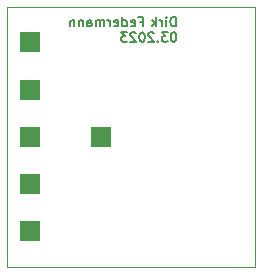
<source format=gbs>
G04 #@! TF.GenerationSoftware,KiCad,Pcbnew,(7.0.0)*
G04 #@! TF.CreationDate,2023-03-10T18:19:14+01:00*
G04 #@! TF.ProjectId,CapacitorBox0603,43617061-6369-4746-9f72-426f78303630,rev?*
G04 #@! TF.SameCoordinates,Original*
G04 #@! TF.FileFunction,Soldermask,Bot*
G04 #@! TF.FilePolarity,Negative*
%FSLAX46Y46*%
G04 Gerber Fmt 4.6, Leading zero omitted, Abs format (unit mm)*
G04 Created by KiCad (PCBNEW (7.0.0)) date 2023-03-10 18:19:14*
%MOMM*%
%LPD*%
G01*
G04 APERTURE LIST*
%ADD10C,0.150000*%
%ADD11R,1.700000X1.700000*%
G04 #@! TA.AperFunction,Profile*
%ADD12C,0.100000*%
G04 #@! TD*
G04 APERTURE END LIST*
D10*
X115309523Y-101645904D02*
X115309523Y-100845904D01*
X115309523Y-100845904D02*
X115119047Y-100845904D01*
X115119047Y-100845904D02*
X115004761Y-100884000D01*
X115004761Y-100884000D02*
X114928571Y-100960190D01*
X114928571Y-100960190D02*
X114890476Y-101036380D01*
X114890476Y-101036380D02*
X114852380Y-101188761D01*
X114852380Y-101188761D02*
X114852380Y-101303047D01*
X114852380Y-101303047D02*
X114890476Y-101455428D01*
X114890476Y-101455428D02*
X114928571Y-101531619D01*
X114928571Y-101531619D02*
X115004761Y-101607809D01*
X115004761Y-101607809D02*
X115119047Y-101645904D01*
X115119047Y-101645904D02*
X115309523Y-101645904D01*
X114509523Y-101645904D02*
X114509523Y-101112571D01*
X114509523Y-100845904D02*
X114547619Y-100884000D01*
X114547619Y-100884000D02*
X114509523Y-100922095D01*
X114509523Y-100922095D02*
X114471428Y-100884000D01*
X114471428Y-100884000D02*
X114509523Y-100845904D01*
X114509523Y-100845904D02*
X114509523Y-100922095D01*
X114128571Y-101645904D02*
X114128571Y-101112571D01*
X114128571Y-101264952D02*
X114090476Y-101188761D01*
X114090476Y-101188761D02*
X114052381Y-101150666D01*
X114052381Y-101150666D02*
X113976190Y-101112571D01*
X113976190Y-101112571D02*
X113900000Y-101112571D01*
X113633333Y-101645904D02*
X113633333Y-100845904D01*
X113557143Y-101341142D02*
X113328571Y-101645904D01*
X113328571Y-101112571D02*
X113633333Y-101417333D01*
X112239048Y-101226857D02*
X112505714Y-101226857D01*
X112505714Y-101645904D02*
X112505714Y-100845904D01*
X112505714Y-100845904D02*
X112124762Y-100845904D01*
X111515238Y-101607809D02*
X111591429Y-101645904D01*
X111591429Y-101645904D02*
X111743810Y-101645904D01*
X111743810Y-101645904D02*
X111820000Y-101607809D01*
X111820000Y-101607809D02*
X111858096Y-101531619D01*
X111858096Y-101531619D02*
X111858096Y-101226857D01*
X111858096Y-101226857D02*
X111820000Y-101150666D01*
X111820000Y-101150666D02*
X111743810Y-101112571D01*
X111743810Y-101112571D02*
X111591429Y-101112571D01*
X111591429Y-101112571D02*
X111515238Y-101150666D01*
X111515238Y-101150666D02*
X111477143Y-101226857D01*
X111477143Y-101226857D02*
X111477143Y-101303047D01*
X111477143Y-101303047D02*
X111858096Y-101379238D01*
X110791429Y-101645904D02*
X110791429Y-100845904D01*
X110791429Y-101607809D02*
X110867620Y-101645904D01*
X110867620Y-101645904D02*
X111020001Y-101645904D01*
X111020001Y-101645904D02*
X111096191Y-101607809D01*
X111096191Y-101607809D02*
X111134286Y-101569714D01*
X111134286Y-101569714D02*
X111172382Y-101493523D01*
X111172382Y-101493523D02*
X111172382Y-101264952D01*
X111172382Y-101264952D02*
X111134286Y-101188761D01*
X111134286Y-101188761D02*
X111096191Y-101150666D01*
X111096191Y-101150666D02*
X111020001Y-101112571D01*
X111020001Y-101112571D02*
X110867620Y-101112571D01*
X110867620Y-101112571D02*
X110791429Y-101150666D01*
X110105714Y-101607809D02*
X110181905Y-101645904D01*
X110181905Y-101645904D02*
X110334286Y-101645904D01*
X110334286Y-101645904D02*
X110410476Y-101607809D01*
X110410476Y-101607809D02*
X110448572Y-101531619D01*
X110448572Y-101531619D02*
X110448572Y-101226857D01*
X110448572Y-101226857D02*
X110410476Y-101150666D01*
X110410476Y-101150666D02*
X110334286Y-101112571D01*
X110334286Y-101112571D02*
X110181905Y-101112571D01*
X110181905Y-101112571D02*
X110105714Y-101150666D01*
X110105714Y-101150666D02*
X110067619Y-101226857D01*
X110067619Y-101226857D02*
X110067619Y-101303047D01*
X110067619Y-101303047D02*
X110448572Y-101379238D01*
X109724762Y-101645904D02*
X109724762Y-101112571D01*
X109724762Y-101264952D02*
X109686667Y-101188761D01*
X109686667Y-101188761D02*
X109648572Y-101150666D01*
X109648572Y-101150666D02*
X109572381Y-101112571D01*
X109572381Y-101112571D02*
X109496191Y-101112571D01*
X109229524Y-101645904D02*
X109229524Y-101112571D01*
X109229524Y-101188761D02*
X109191429Y-101150666D01*
X109191429Y-101150666D02*
X109115239Y-101112571D01*
X109115239Y-101112571D02*
X109000953Y-101112571D01*
X109000953Y-101112571D02*
X108924762Y-101150666D01*
X108924762Y-101150666D02*
X108886667Y-101226857D01*
X108886667Y-101226857D02*
X108886667Y-101645904D01*
X108886667Y-101226857D02*
X108848572Y-101150666D01*
X108848572Y-101150666D02*
X108772381Y-101112571D01*
X108772381Y-101112571D02*
X108658096Y-101112571D01*
X108658096Y-101112571D02*
X108581905Y-101150666D01*
X108581905Y-101150666D02*
X108543810Y-101226857D01*
X108543810Y-101226857D02*
X108543810Y-101645904D01*
X107820000Y-101645904D02*
X107820000Y-101226857D01*
X107820000Y-101226857D02*
X107858095Y-101150666D01*
X107858095Y-101150666D02*
X107934286Y-101112571D01*
X107934286Y-101112571D02*
X108086667Y-101112571D01*
X108086667Y-101112571D02*
X108162857Y-101150666D01*
X107820000Y-101607809D02*
X107896191Y-101645904D01*
X107896191Y-101645904D02*
X108086667Y-101645904D01*
X108086667Y-101645904D02*
X108162857Y-101607809D01*
X108162857Y-101607809D02*
X108200953Y-101531619D01*
X108200953Y-101531619D02*
X108200953Y-101455428D01*
X108200953Y-101455428D02*
X108162857Y-101379238D01*
X108162857Y-101379238D02*
X108086667Y-101341142D01*
X108086667Y-101341142D02*
X107896191Y-101341142D01*
X107896191Y-101341142D02*
X107820000Y-101303047D01*
X107439047Y-101112571D02*
X107439047Y-101645904D01*
X107439047Y-101188761D02*
X107400952Y-101150666D01*
X107400952Y-101150666D02*
X107324762Y-101112571D01*
X107324762Y-101112571D02*
X107210476Y-101112571D01*
X107210476Y-101112571D02*
X107134285Y-101150666D01*
X107134285Y-101150666D02*
X107096190Y-101226857D01*
X107096190Y-101226857D02*
X107096190Y-101645904D01*
X106715237Y-101112571D02*
X106715237Y-101645904D01*
X106715237Y-101188761D02*
X106677142Y-101150666D01*
X106677142Y-101150666D02*
X106600952Y-101112571D01*
X106600952Y-101112571D02*
X106486666Y-101112571D01*
X106486666Y-101112571D02*
X106410475Y-101150666D01*
X106410475Y-101150666D02*
X106372380Y-101226857D01*
X106372380Y-101226857D02*
X106372380Y-101645904D01*
X115157142Y-102141904D02*
X115080952Y-102141904D01*
X115080952Y-102141904D02*
X115004761Y-102180000D01*
X115004761Y-102180000D02*
X114966666Y-102218095D01*
X114966666Y-102218095D02*
X114928571Y-102294285D01*
X114928571Y-102294285D02*
X114890476Y-102446666D01*
X114890476Y-102446666D02*
X114890476Y-102637142D01*
X114890476Y-102637142D02*
X114928571Y-102789523D01*
X114928571Y-102789523D02*
X114966666Y-102865714D01*
X114966666Y-102865714D02*
X115004761Y-102903809D01*
X115004761Y-102903809D02*
X115080952Y-102941904D01*
X115080952Y-102941904D02*
X115157142Y-102941904D01*
X115157142Y-102941904D02*
X115233333Y-102903809D01*
X115233333Y-102903809D02*
X115271428Y-102865714D01*
X115271428Y-102865714D02*
X115309523Y-102789523D01*
X115309523Y-102789523D02*
X115347619Y-102637142D01*
X115347619Y-102637142D02*
X115347619Y-102446666D01*
X115347619Y-102446666D02*
X115309523Y-102294285D01*
X115309523Y-102294285D02*
X115271428Y-102218095D01*
X115271428Y-102218095D02*
X115233333Y-102180000D01*
X115233333Y-102180000D02*
X115157142Y-102141904D01*
X114623809Y-102141904D02*
X114128571Y-102141904D01*
X114128571Y-102141904D02*
X114395237Y-102446666D01*
X114395237Y-102446666D02*
X114280952Y-102446666D01*
X114280952Y-102446666D02*
X114204761Y-102484761D01*
X114204761Y-102484761D02*
X114166666Y-102522857D01*
X114166666Y-102522857D02*
X114128571Y-102599047D01*
X114128571Y-102599047D02*
X114128571Y-102789523D01*
X114128571Y-102789523D02*
X114166666Y-102865714D01*
X114166666Y-102865714D02*
X114204761Y-102903809D01*
X114204761Y-102903809D02*
X114280952Y-102941904D01*
X114280952Y-102941904D02*
X114509523Y-102941904D01*
X114509523Y-102941904D02*
X114585714Y-102903809D01*
X114585714Y-102903809D02*
X114623809Y-102865714D01*
X113785713Y-102865714D02*
X113747618Y-102903809D01*
X113747618Y-102903809D02*
X113785713Y-102941904D01*
X113785713Y-102941904D02*
X113823809Y-102903809D01*
X113823809Y-102903809D02*
X113785713Y-102865714D01*
X113785713Y-102865714D02*
X113785713Y-102941904D01*
X113442857Y-102218095D02*
X113404761Y-102180000D01*
X113404761Y-102180000D02*
X113328571Y-102141904D01*
X113328571Y-102141904D02*
X113138095Y-102141904D01*
X113138095Y-102141904D02*
X113061904Y-102180000D01*
X113061904Y-102180000D02*
X113023809Y-102218095D01*
X113023809Y-102218095D02*
X112985714Y-102294285D01*
X112985714Y-102294285D02*
X112985714Y-102370476D01*
X112985714Y-102370476D02*
X113023809Y-102484761D01*
X113023809Y-102484761D02*
X113480952Y-102941904D01*
X113480952Y-102941904D02*
X112985714Y-102941904D01*
X112490475Y-102141904D02*
X112414285Y-102141904D01*
X112414285Y-102141904D02*
X112338094Y-102180000D01*
X112338094Y-102180000D02*
X112299999Y-102218095D01*
X112299999Y-102218095D02*
X112261904Y-102294285D01*
X112261904Y-102294285D02*
X112223809Y-102446666D01*
X112223809Y-102446666D02*
X112223809Y-102637142D01*
X112223809Y-102637142D02*
X112261904Y-102789523D01*
X112261904Y-102789523D02*
X112299999Y-102865714D01*
X112299999Y-102865714D02*
X112338094Y-102903809D01*
X112338094Y-102903809D02*
X112414285Y-102941904D01*
X112414285Y-102941904D02*
X112490475Y-102941904D01*
X112490475Y-102941904D02*
X112566666Y-102903809D01*
X112566666Y-102903809D02*
X112604761Y-102865714D01*
X112604761Y-102865714D02*
X112642856Y-102789523D01*
X112642856Y-102789523D02*
X112680952Y-102637142D01*
X112680952Y-102637142D02*
X112680952Y-102446666D01*
X112680952Y-102446666D02*
X112642856Y-102294285D01*
X112642856Y-102294285D02*
X112604761Y-102218095D01*
X112604761Y-102218095D02*
X112566666Y-102180000D01*
X112566666Y-102180000D02*
X112490475Y-102141904D01*
X111919047Y-102218095D02*
X111880951Y-102180000D01*
X111880951Y-102180000D02*
X111804761Y-102141904D01*
X111804761Y-102141904D02*
X111614285Y-102141904D01*
X111614285Y-102141904D02*
X111538094Y-102180000D01*
X111538094Y-102180000D02*
X111499999Y-102218095D01*
X111499999Y-102218095D02*
X111461904Y-102294285D01*
X111461904Y-102294285D02*
X111461904Y-102370476D01*
X111461904Y-102370476D02*
X111499999Y-102484761D01*
X111499999Y-102484761D02*
X111957142Y-102941904D01*
X111957142Y-102941904D02*
X111461904Y-102941904D01*
X111195237Y-102141904D02*
X110699999Y-102141904D01*
X110699999Y-102141904D02*
X110966665Y-102446666D01*
X110966665Y-102446666D02*
X110852380Y-102446666D01*
X110852380Y-102446666D02*
X110776189Y-102484761D01*
X110776189Y-102484761D02*
X110738094Y-102522857D01*
X110738094Y-102522857D02*
X110699999Y-102599047D01*
X110699999Y-102599047D02*
X110699999Y-102789523D01*
X110699999Y-102789523D02*
X110738094Y-102865714D01*
X110738094Y-102865714D02*
X110776189Y-102903809D01*
X110776189Y-102903809D02*
X110852380Y-102941904D01*
X110852380Y-102941904D02*
X111080951Y-102941904D01*
X111080951Y-102941904D02*
X111157142Y-102903809D01*
X111157142Y-102903809D02*
X111195237Y-102865714D01*
D11*
X102999999Y-114999999D03*
X102999999Y-118999999D03*
X102999999Y-102999999D03*
X108999999Y-110999999D03*
X102999999Y-110999999D03*
X102999999Y-106999999D03*
D12*
X101000000Y-100000000D02*
X122000000Y-100000000D01*
X122000000Y-100000000D02*
X122000000Y-122000000D01*
X122000000Y-122000000D02*
X101000000Y-122000000D01*
X101000000Y-100000000D02*
X101000000Y-122000000D01*
M02*

</source>
